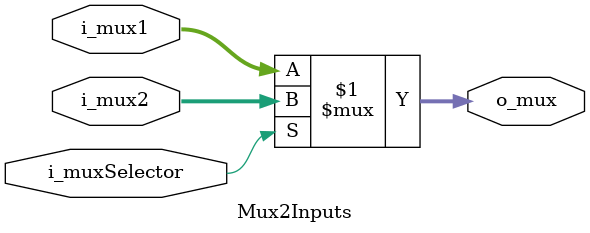
<source format=v>
`timescale 1ns / 1ps

module Mux2Inputs
#(
    parameter               N_BUS   	    = 32
)
(
    input                   i_muxSelector,
    input   [N_BUS-1:0]     i_mux1,
    input   [N_BUS-1:0]     i_mux2,
    output  [N_BUS-1:0]     o_mux
);

    assign  o_mux = i_muxSelector   ?   i_mux2  :   i_mux1;
endmodule

</source>
